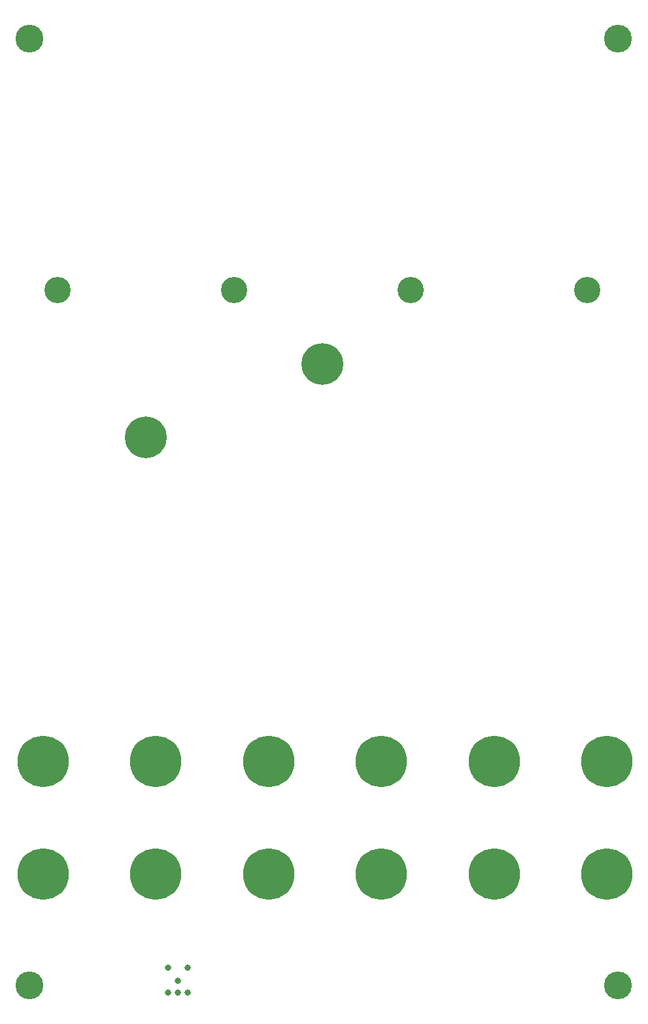
<source format=gbr>
%TF.GenerationSoftware,KiCad,Pcbnew,(5.1.6)-1*%
%TF.CreationDate,2021-02-11T15:37:54+05:30*%
%TF.ProjectId,Valance_Panel,56616c61-6e63-4655-9f50-616e656c2e6b,rev?*%
%TF.SameCoordinates,Original*%
%TF.FileFunction,Soldermask,Bot*%
%TF.FilePolarity,Negative*%
%FSLAX46Y46*%
G04 Gerber Fmt 4.6, Leading zero omitted, Abs format (unit mm)*
G04 Created by KiCad (PCBNEW (5.1.6)-1) date 2021-02-11 15:37:54*
%MOMM*%
%LPD*%
G01*
G04 APERTURE LIST*
%ADD10C,6.650000*%
%ADD11C,5.400000*%
%ADD12C,3.400000*%
%ADD13C,3.600000*%
%ADD14C,0.800000*%
G04 APERTURE END LIST*
D10*
%TO.C,*%
X-36364001Y-32243896D03*
%TD*%
%TO.C,*%
X-21759551Y-32243896D03*
%TD*%
%TO.C,*%
X-7155101Y-32243896D03*
%TD*%
%TO.C,*%
X7449345Y-32243896D03*
%TD*%
%TO.C,*%
X22055176Y-32243896D03*
%TD*%
%TO.C,*%
X36661004Y-32243896D03*
%TD*%
%TO.C,*%
X-36364001Y-46849660D03*
%TD*%
%TO.C,*%
X-21759551Y-46849660D03*
%TD*%
%TO.C,*%
X-7155101Y-46849660D03*
%TD*%
%TO.C,*%
X7449345Y-46849660D03*
%TD*%
%TO.C,*%
X22055176Y-46849660D03*
%TD*%
%TO.C,*%
X36661004Y-46849660D03*
%TD*%
D11*
%TO.C,*%
X-174888Y19180145D03*
%TD*%
D12*
%TO.C,*%
X-34464612Y28710621D03*
%TD*%
%TO.C,*%
X-11604335Y28710621D03*
%TD*%
%TO.C,*%
X11255940Y28710621D03*
%TD*%
%TO.C,*%
X34116211Y28710621D03*
%TD*%
D13*
%TO.C,*%
X-38150000Y61250001D03*
%TD*%
%TO.C,*%
X38049996Y61250001D03*
%TD*%
%TO.C,*%
X-38150000Y-61250000D03*
%TD*%
%TO.C,*%
X38049996Y-61250000D03*
%TD*%
D11*
%TO.C,*%
X-23033784Y9660698D03*
%TD*%
D14*
%TO.C,*%
X-17684207Y-58882500D03*
%TD*%
%TO.C,*%
X-20184207Y-58882500D03*
%TD*%
%TO.C,*%
X-18934207Y-60632500D03*
%TD*%
%TO.C,*%
X-20184207Y-62132500D03*
%TD*%
%TO.C,*%
X-18934207Y-62132500D03*
%TD*%
%TO.C,*%
X-17684207Y-62132500D03*
%TD*%
M02*

</source>
